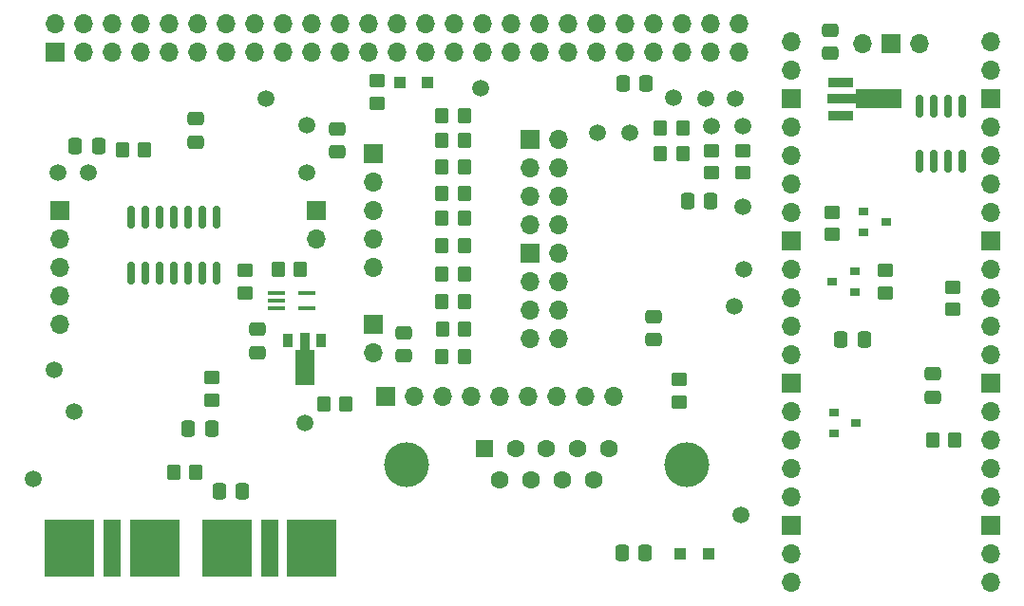
<source format=gbr>
%TF.GenerationSoftware,KiCad,Pcbnew,6.0.2+dfsg-1*%
%TF.CreationDate,2023-03-28T12:08:36-04:00*%
%TF.ProjectId,HL2IOBoard,484c3249-4f42-46f6-9172-642e6b696361,E*%
%TF.SameCoordinates,Original*%
%TF.FileFunction,Soldermask,Bot*%
%TF.FilePolarity,Negative*%
%FSLAX46Y46*%
G04 Gerber Fmt 4.6, Leading zero omitted, Abs format (unit mm)*
G04 Created by KiCad (PCBNEW 6.0.2+dfsg-1) date 2023-03-28 12:08:36*
%MOMM*%
%LPD*%
G01*
G04 APERTURE LIST*
G04 Aperture macros list*
%AMRoundRect*
0 Rectangle with rounded corners*
0 $1 Rounding radius*
0 $2 $3 $4 $5 $6 $7 $8 $9 X,Y pos of 4 corners*
0 Add a 4 corners polygon primitive as box body*
4,1,4,$2,$3,$4,$5,$6,$7,$8,$9,$2,$3,0*
0 Add four circle primitives for the rounded corners*
1,1,$1+$1,$2,$3*
1,1,$1+$1,$4,$5*
1,1,$1+$1,$6,$7*
1,1,$1+$1,$8,$9*
0 Add four rect primitives between the rounded corners*
20,1,$1+$1,$2,$3,$4,$5,0*
20,1,$1+$1,$4,$5,$6,$7,0*
20,1,$1+$1,$6,$7,$8,$9,0*
20,1,$1+$1,$8,$9,$2,$3,0*%
%AMFreePoly0*
4,1,9,5.362500,-0.866500,1.237500,-0.866500,1.237500,-0.450000,-1.237500,-0.450000,-1.237500,0.450000,1.237500,0.450000,1.237500,0.866500,5.362500,0.866500,5.362500,-0.866500,5.362500,-0.866500,$1*%
%AMFreePoly1*
4,1,9,3.862500,-0.866500,0.737500,-0.866500,0.737500,-0.450000,-0.737500,-0.450000,-0.737500,0.450000,0.737500,0.450000,0.737500,0.866500,3.862500,0.866500,3.862500,-0.866500,3.862500,-0.866500,$1*%
G04 Aperture macros list end*
%ADD10R,1.600000X5.200000*%
%ADD11R,4.400000X5.200000*%
%ADD12C,4.000000*%
%ADD13R,1.600000X1.600000*%
%ADD14C,1.600000*%
%ADD15R,1.700000X1.700000*%
%ADD16O,1.700000X1.700000*%
%ADD17C,1.500000*%
%ADD18RoundRect,0.250000X-0.475000X0.337500X-0.475000X-0.337500X0.475000X-0.337500X0.475000X0.337500X0*%
%ADD19RoundRect,0.250000X0.337500X0.475000X-0.337500X0.475000X-0.337500X-0.475000X0.337500X-0.475000X0*%
%ADD20RoundRect,0.250000X0.475000X-0.337500X0.475000X0.337500X-0.475000X0.337500X-0.475000X-0.337500X0*%
%ADD21R,0.900000X0.800000*%
%ADD22R,2.300000X0.900000*%
%ADD23FreePoly0,0.000000*%
%ADD24RoundRect,0.250000X-0.450000X0.350000X-0.450000X-0.350000X0.450000X-0.350000X0.450000X0.350000X0*%
%ADD25RoundRect,0.250000X0.450000X-0.350000X0.450000X0.350000X-0.450000X0.350000X-0.450000X-0.350000X0*%
%ADD26RoundRect,0.250000X0.350000X0.450000X-0.350000X0.450000X-0.350000X-0.450000X0.350000X-0.450000X0*%
%ADD27RoundRect,0.250000X-0.350000X-0.450000X0.350000X-0.450000X0.350000X0.450000X-0.350000X0.450000X0*%
%ADD28R,1.000000X1.000000*%
%ADD29RoundRect,0.250000X-0.337500X-0.475000X0.337500X-0.475000X0.337500X0.475000X-0.337500X0.475000X0*%
%ADD30RoundRect,0.150000X0.150000X-0.825000X0.150000X0.825000X-0.150000X0.825000X-0.150000X-0.825000X0*%
%ADD31R,1.500000X0.400000*%
%ADD32R,0.900000X1.300000*%
%ADD33FreePoly1,270.000000*%
G04 APERTURE END LIST*
D10*
%TO.C,J9*%
X126620000Y-130510000D03*
D11*
X122820000Y-130510000D03*
X130420000Y-130510000D03*
%TD*%
D10*
%TO.C,J10*%
X112620000Y-130510000D03*
D11*
X108820000Y-130510000D03*
X116420000Y-130510000D03*
%TD*%
D12*
%TO.C,J5*%
X138840000Y-123020000D03*
X163840000Y-123020000D03*
D13*
X145800000Y-121600000D03*
D14*
X148570000Y-121600000D03*
X151340000Y-121600000D03*
X154110000Y-121600000D03*
X156880000Y-121600000D03*
X147185000Y-124440000D03*
X149955000Y-124440000D03*
X152725000Y-124440000D03*
X155495000Y-124440000D03*
%TD*%
D15*
%TO.C,J4*%
X149860000Y-104140000D03*
D16*
X152400000Y-104140000D03*
X149860000Y-106680000D03*
X152400000Y-106680000D03*
X149860000Y-109220000D03*
X152400000Y-109220000D03*
X149860000Y-111760000D03*
X152400000Y-111760000D03*
%TD*%
D15*
%TO.C,J6*%
X149860000Y-93980000D03*
D16*
X152400000Y-93980000D03*
X149860000Y-96520000D03*
X152400000Y-96520000D03*
X149860000Y-99060000D03*
X152400000Y-99060000D03*
X149860000Y-101600000D03*
X152400000Y-101600000D03*
%TD*%
D15*
%TO.C,J8*%
X135890000Y-95250000D03*
D16*
X135890000Y-97790000D03*
X135890000Y-100330000D03*
X135890000Y-102870000D03*
X135890000Y-105410000D03*
%TD*%
D15*
%TO.C,J12*%
X130810000Y-100330000D03*
D16*
X130810000Y-102870000D03*
%TD*%
%TO.C,U1*%
X190890000Y-133530000D03*
X190890000Y-130990000D03*
D15*
X190890000Y-128450000D03*
D16*
X190890000Y-125910000D03*
X190890000Y-123370000D03*
X190890000Y-120830000D03*
X190890000Y-118290000D03*
D15*
X190890000Y-115750000D03*
D16*
X190890000Y-113210000D03*
X190890000Y-110670000D03*
X190890000Y-108130000D03*
X190890000Y-105590000D03*
D15*
X190890000Y-103050000D03*
D16*
X190890000Y-100510000D03*
X190890000Y-97970000D03*
X190890000Y-95430000D03*
X190890000Y-92890000D03*
D15*
X190890000Y-90350000D03*
D16*
X190890000Y-87810000D03*
X190890000Y-85270000D03*
X173110000Y-85270000D03*
X173110000Y-87810000D03*
D15*
X173110000Y-90350000D03*
D16*
X173110000Y-92890000D03*
X173110000Y-95430000D03*
X173110000Y-97970000D03*
X173110000Y-100510000D03*
D15*
X173110000Y-103050000D03*
D16*
X173110000Y-105590000D03*
X173110000Y-108130000D03*
X173110000Y-110670000D03*
X173110000Y-113210000D03*
D15*
X173110000Y-115750000D03*
D16*
X173110000Y-118290000D03*
X173110000Y-120830000D03*
X173110000Y-123370000D03*
X173110000Y-125910000D03*
D15*
X173110000Y-128450000D03*
D16*
X173110000Y-130990000D03*
X173110000Y-133530000D03*
X184540000Y-85500000D03*
D15*
X182000000Y-85500000D03*
D16*
X179460000Y-85500000D03*
%TD*%
D15*
%TO.C,J1*%
X107540000Y-86260000D03*
D16*
X107540000Y-83720000D03*
X110080000Y-86260000D03*
X110080000Y-83720000D03*
X112620000Y-86260000D03*
X112620000Y-83720000D03*
X115160000Y-86260000D03*
X115160000Y-83720000D03*
X117700000Y-86260000D03*
X117700000Y-83720000D03*
X120240000Y-86260000D03*
X120240000Y-83720000D03*
X122780000Y-86260000D03*
X122780000Y-83720000D03*
X125320000Y-86260000D03*
X125320000Y-83720000D03*
X127860000Y-86260000D03*
X127860000Y-83720000D03*
X130400000Y-86260000D03*
X130400000Y-83720000D03*
X132940000Y-86260000D03*
X132940000Y-83720000D03*
X135480000Y-86260000D03*
X135480000Y-83720000D03*
X138020000Y-86260000D03*
X138020000Y-83720000D03*
X140560000Y-86260000D03*
X140560000Y-83720000D03*
X143100000Y-86260000D03*
X143100000Y-83720000D03*
X145640000Y-86260000D03*
X145640000Y-83720000D03*
X148180000Y-86260000D03*
X148180000Y-83720000D03*
X150720000Y-86260000D03*
X150720000Y-83720000D03*
X153260000Y-86260000D03*
X153260000Y-83720000D03*
X155800000Y-86260000D03*
X155800000Y-83720000D03*
X158340000Y-86260000D03*
X158340000Y-83720000D03*
X160880000Y-86260000D03*
X160880000Y-83720000D03*
X163420000Y-86260000D03*
X163420000Y-83720000D03*
X165960000Y-86260000D03*
X165960000Y-83720000D03*
X168500000Y-86260000D03*
X168500000Y-83720000D03*
%TD*%
D15*
%TO.C,J2*%
X107950000Y-100330000D03*
D16*
X107950000Y-102870000D03*
X107950000Y-105410000D03*
X107950000Y-107950000D03*
X107950000Y-110490000D03*
%TD*%
D15*
%TO.C,J3*%
X135890000Y-110490000D03*
D16*
X135890000Y-113030000D03*
%TD*%
D17*
%TO.C,G1*%
X168690000Y-127500000D03*
%TD*%
%TO.C,G2*%
X126280000Y-90380000D03*
%TD*%
%TO.C,G3*%
X105540000Y-124330000D03*
%TD*%
D15*
%TO.C,J7*%
X137020000Y-116930000D03*
D16*
X139560000Y-116930000D03*
X142100000Y-116930000D03*
X144640000Y-116930000D03*
X147180000Y-116930000D03*
X149720000Y-116930000D03*
X152260000Y-116930000D03*
X154800000Y-116930000D03*
X157340000Y-116930000D03*
%TD*%
D17*
%TO.C,Sw5*%
X168100000Y-108900000D03*
%TD*%
%TO.C,Sw12*%
X129800000Y-119300000D03*
%TD*%
%TO.C,T1*%
X107420000Y-114570000D03*
%TD*%
%TO.C,T2*%
X107800000Y-97000000D03*
%TD*%
%TO.C,T4*%
X129930000Y-96950000D03*
%TD*%
%TO.C,T5*%
X109190000Y-118300000D03*
%TD*%
%TO.C,T6*%
X110490000Y-97000000D03*
%TD*%
%TO.C,12V1*%
X168170000Y-90360000D03*
%TD*%
%TO.C,12V2*%
X165500000Y-90340000D03*
%TD*%
%TO.C,12V3*%
X162620000Y-90320000D03*
%TD*%
%TO.C,3V1*%
X130000000Y-92720000D03*
%TD*%
%TO.C,3V2*%
X145470000Y-89420000D03*
%TD*%
%TO.C,5V1*%
X168830000Y-100050000D03*
%TD*%
%TO.C,5V3*%
X168950000Y-105570000D03*
%TD*%
%TO.C,P1*%
X155870000Y-93410000D03*
%TD*%
%TO.C,P2*%
X158730000Y-93440000D03*
%TD*%
%TO.C,P3*%
X166000000Y-92800000D03*
%TD*%
%TO.C,P4*%
X168800000Y-92800000D03*
%TD*%
D18*
%TO.C,C4*%
X176625000Y-84262500D03*
X176625000Y-86337500D03*
%TD*%
D19*
%TO.C,B9*%
X179637500Y-111900000D03*
X177562500Y-111900000D03*
%TD*%
D20*
%TO.C,B1*%
X132690000Y-95127500D03*
X132690000Y-93052500D03*
%TD*%
D19*
%TO.C,B10*%
X160207500Y-89010000D03*
X158132500Y-89010000D03*
%TD*%
D21*
%TO.C,U9*%
X176940000Y-120260000D03*
X176940000Y-118360000D03*
X178940000Y-119310000D03*
%TD*%
D22*
%TO.C,U5*%
X177550000Y-91900000D03*
D23*
X177637500Y-90400000D03*
D22*
X177550000Y-88900000D03*
%TD*%
D24*
%TO.C,R7*%
X136200000Y-88800000D03*
X136200000Y-90800000D03*
%TD*%
D20*
%TO.C,C5*%
X160875000Y-111887500D03*
X160875000Y-109812500D03*
%TD*%
D25*
%TO.C,R8*%
X163150000Y-117475000D03*
X163150000Y-115475000D03*
%TD*%
D21*
%TO.C,Q3*%
X178800000Y-105750000D03*
X178800000Y-107650000D03*
X176800000Y-106700000D03*
%TD*%
%TO.C,Q5*%
X179600000Y-102350000D03*
X179600000Y-100450000D03*
X181600000Y-101400000D03*
%TD*%
D25*
%TO.C,R9*%
X176800000Y-102500000D03*
X176800000Y-100500000D03*
%TD*%
%TO.C,R11*%
X181500000Y-107700000D03*
X181500000Y-105700000D03*
%TD*%
D26*
%TO.C,R12*%
X144040000Y-110930000D03*
X142040000Y-110930000D03*
%TD*%
D27*
%TO.C,R13*%
X141990000Y-113410000D03*
X143990000Y-113410000D03*
%TD*%
D26*
%TO.C,R14*%
X144000000Y-106000000D03*
X142000000Y-106000000D03*
%TD*%
%TO.C,R15*%
X144000000Y-101000000D03*
X142000000Y-101000000D03*
%TD*%
%TO.C,R16*%
X144000000Y-96500000D03*
X142000000Y-96500000D03*
%TD*%
D27*
%TO.C,R22*%
X142020000Y-108450000D03*
X144020000Y-108450000D03*
%TD*%
%TO.C,R23*%
X142000000Y-103500000D03*
X144000000Y-103500000D03*
%TD*%
%TO.C,R24*%
X142000000Y-98800000D03*
X144000000Y-98800000D03*
%TD*%
D28*
%TO.C,D6*%
X165750000Y-131000000D03*
X163250000Y-131000000D03*
%TD*%
D26*
%TO.C,R25*%
X144000000Y-91900000D03*
X142000000Y-91900000D03*
%TD*%
D27*
%TO.C,R27*%
X142000000Y-94110000D03*
X144000000Y-94110000D03*
%TD*%
%TO.C,R17*%
X161450000Y-93000000D03*
X163450000Y-93000000D03*
%TD*%
%TO.C,R18*%
X161450000Y-95300000D03*
X163450000Y-95300000D03*
%TD*%
D18*
%TO.C,B15*%
X138600000Y-111262500D03*
X138600000Y-113337500D03*
%TD*%
D29*
%TO.C,B12*%
X158032500Y-130950000D03*
X160107500Y-130950000D03*
%TD*%
D24*
%TO.C,R30*%
X166000000Y-95000000D03*
X166000000Y-97000000D03*
%TD*%
%TO.C,R31*%
X168800000Y-95000000D03*
X168800000Y-97000000D03*
%TD*%
D30*
%TO.C,U11*%
X188405000Y-95975000D03*
X187135000Y-95975000D03*
X185865000Y-95975000D03*
X184595000Y-95975000D03*
X184595000Y-91025000D03*
X185865000Y-91025000D03*
X187135000Y-91025000D03*
X188405000Y-91025000D03*
%TD*%
D18*
%TO.C,B2*%
X120040000Y-92170000D03*
X120040000Y-94245000D03*
%TD*%
D27*
%TO.C,R32*%
X131470000Y-117620000D03*
X133470000Y-117620000D03*
%TD*%
D25*
%TO.C,R33*%
X187540000Y-109180000D03*
X187540000Y-107180000D03*
%TD*%
D31*
%TO.C,U13*%
X127270000Y-109050000D03*
X127270000Y-108400000D03*
X127270000Y-107750000D03*
X129930000Y-107750000D03*
X129930000Y-109050000D03*
%TD*%
D32*
%TO.C,Q6*%
X128270000Y-111970000D03*
D33*
X129770000Y-112057500D03*
D32*
X131270000Y-111970000D03*
%TD*%
D20*
%TO.C,B11*%
X185760000Y-117007500D03*
X185760000Y-114932500D03*
%TD*%
D24*
%TO.C,R28*%
X124490000Y-105730000D03*
X124490000Y-107730000D03*
%TD*%
D26*
%TO.C,R29*%
X129400000Y-105600000D03*
X127400000Y-105600000D03*
%TD*%
%TO.C,R1*%
X187730000Y-120810000D03*
X185730000Y-120810000D03*
%TD*%
D18*
%TO.C,B14*%
X125600000Y-110962500D03*
X125600000Y-113037500D03*
%TD*%
D29*
%TO.C,B18*%
X122162500Y-125420000D03*
X124237500Y-125420000D03*
%TD*%
D19*
%TO.C,B19*%
X121477500Y-119870000D03*
X119402500Y-119870000D03*
%TD*%
%TO.C,B21*%
X111387500Y-94600000D03*
X109312500Y-94600000D03*
%TD*%
D28*
%TO.C,D1*%
X140720000Y-88920000D03*
X138220000Y-88920000D03*
%TD*%
D26*
%TO.C,R4*%
X120070000Y-123690000D03*
X118070000Y-123690000D03*
%TD*%
D24*
%TO.C,R34*%
X121520000Y-115280000D03*
X121520000Y-117280000D03*
%TD*%
D26*
%TO.C,R35*%
X115520000Y-94920000D03*
X113520000Y-94920000D03*
%TD*%
D30*
%TO.C,U6*%
X121940000Y-105915000D03*
X120670000Y-105915000D03*
X119400000Y-105915000D03*
X118130000Y-105915000D03*
X116860000Y-105915000D03*
X115590000Y-105915000D03*
X114320000Y-105915000D03*
X114320000Y-100965000D03*
X115590000Y-100965000D03*
X116860000Y-100965000D03*
X118130000Y-100965000D03*
X119400000Y-100965000D03*
X120670000Y-100965000D03*
X121940000Y-100965000D03*
%TD*%
D29*
%TO.C,B17*%
X163902500Y-99510000D03*
X165977500Y-99510000D03*
%TD*%
M02*

</source>
